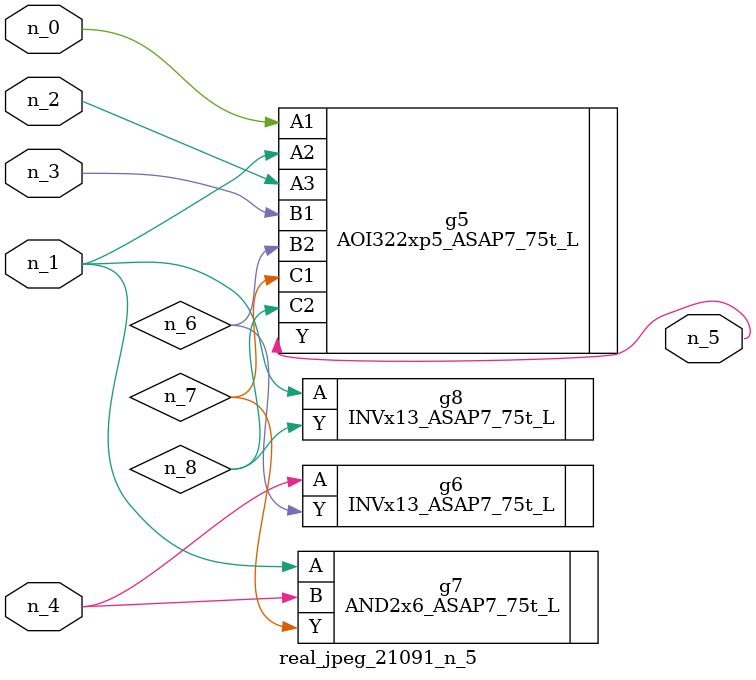
<source format=v>
module real_jpeg_21091_n_5 (n_4, n_0, n_1, n_2, n_3, n_5);

input n_4;
input n_0;
input n_1;
input n_2;
input n_3;

output n_5;

wire n_8;
wire n_6;
wire n_7;

AOI322xp5_ASAP7_75t_L g5 ( 
.A1(n_0),
.A2(n_1),
.A3(n_2),
.B1(n_3),
.B2(n_6),
.C1(n_7),
.C2(n_8),
.Y(n_5)
);

AND2x6_ASAP7_75t_L g7 ( 
.A(n_1),
.B(n_4),
.Y(n_7)
);

INVx13_ASAP7_75t_L g8 ( 
.A(n_1),
.Y(n_8)
);

INVx13_ASAP7_75t_L g6 ( 
.A(n_4),
.Y(n_6)
);


endmodule
</source>
